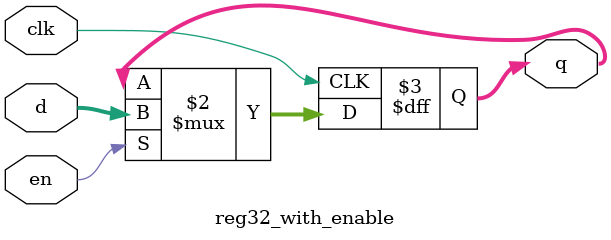
<source format=v>
module reg32 (
    input [31:0] d,
    input clk,
    output reg [31:0] q
);
    always @(posedge clk) begin
        q <= d;
    end
endmodule

module reg32_with_enable (
    input [31:0] d,
    input clk,
    input en,
    output reg [31:0] q
);
    always @(posedge clk) begin
        q <= en ? d : q;
    end
endmodule
</source>
